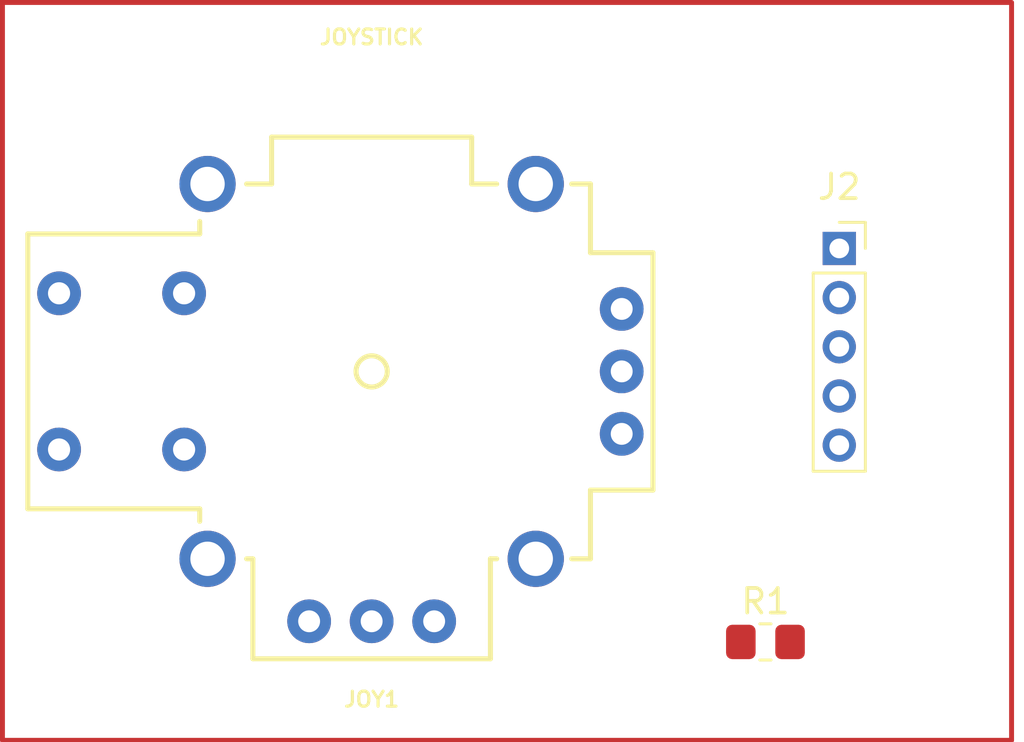
<source format=kicad_pcb>
(kicad_pcb (version 20241229) (generator "pcbnew") (generator_version "9.0")
  (layers (0 "F.Cu" signal) (2 "B.Cu" signal) (13 "F.Paste" user) (15 "B.Paste" user) (5 "F.SilkS" user "F.Silkscreen") (7 "B.SilkS" user "B.Silkscreen") (1 "F.Mask" user) (3 "B.Mask" user) (25 "Edge.Cuts" user))
  (net 0 "")
  (net 1 "/OUT_Y")
  (net 2 "GND")
  (net 3 "/OUT_X")
  (net 4 "+3V3")
  (net 5 "Net-(J2-Pin_4)")
  (footprint "FOOTPRINTS:Joystick" (layer "F.Cu") (at 65 65 90)
    (property "Reference" "JOY1" (at -13.335 0 0) (layer "F.SilkS") (effects (font (size 0.6096 0.6096) (thickness 0.127))))
    (property "Value" "JOYSTICK" (at 13.589 0 0) (layer "F.SilkS") (effects (font (size 0.6096 0.6096) (thickness 0.127))))
    (fp_line (start 5.588 -13.97) (end -5.588 -13.97) (stroke (width 0.2032)) (layer "F.SilkS"))
    (fp_line (start 5.588 -13.97) (end 5.588 -6.985) (stroke (width 0.2032)) (layer "F.SilkS"))
    (fp_line (start -5.588 -13.97) (end -5.588 -6.985) (stroke (width 0.2032)) (layer "F.SilkS"))
    (fp_line (start 6.096 -6.985) (end 5.588 -6.985) (stroke (width 0.2032)) (layer "F.SilkS"))
    (fp_line (start -5.588 -6.985) (end -6.096 -6.985) (stroke (width 0.2032)) (layer "F.SilkS"))
    (fp_line (start -7.62 -4.826) (end -7.62 -5.08) (stroke (width 0.2032)) (layer "F.SilkS"))
    (fp_line (start -7.62 -4.826) (end -11.684 -4.826) (stroke (width 0.2032)) (layer "F.SilkS"))
    (fp_line (start -11.684 -4.826) (end -11.684 4.826) (stroke (width 0.2032)) (layer "F.SilkS"))
    (fp_line (start 9.525 -4.064) (end 9.525 4.064) (stroke (width 0.2032)) (layer "F.SilkS"))
    (fp_line (start 7.62 -4.064) (end 7.62 -5.08) (stroke (width 0.2032)) (layer "F.SilkS"))
    (fp_line (start 7.62 -4.064) (end 9.525 -4.064) (stroke (width 0.2032)) (layer "F.SilkS"))
    (fp_line (start 7.62 4.064) (end 9.525 4.064) (stroke (width 0.2032)) (layer "F.SilkS"))
    (fp_line (start 7.62 4.064) (end 7.62 5.08) (stroke (width 0.2032)) (layer "F.SilkS"))
    (fp_line (start -7.62 4.826) (end -11.684 4.826) (stroke (width 0.2032)) (layer "F.SilkS"))
    (fp_line (start -7.62 4.826) (end -7.62 5.08) (stroke (width 0.2032)) (layer "F.SilkS"))
    (fp_line (start 7.62 8.128) (end 7.62 8.89) (stroke (width 0.2032)) (layer "F.SilkS"))
    (fp_line (start -7.62 8.128) (end -7.62 8.89) (stroke (width 0.2032)) (layer "F.SilkS"))
    (fp_line (start 4.826 8.89) (end 7.62 8.89) (stroke (width 0.2032)) (layer "F.SilkS"))
    (fp_line (start -4.826 8.89) (end -7.62 8.89) (stroke (width 0.2032)) (layer "F.SilkS"))
    (fp_line (start 4.826 11.43) (end 4.826 8.89) (stroke (width 0.2032)) (layer "F.SilkS"))
    (fp_line (start 4.826 11.43) (end -4.826 11.43) (stroke (width 0.2032)) (layer "F.SilkS"))
    (fp_line (start -4.826 11.43) (end -4.826 8.89) (stroke (width 0.2032)) (layer "F.SilkS"))
    (fp_circle (center 0 0) (end 0 -0.635) (stroke (width 0.2032)) (fill no) (layer "F.SilkS"))
    (pad "1" thru_hole circle (at -10.16 -2.54 90) (size 1.778 1.778) (drill 0.889) (layers "*.Cu" "*.Mask") (net 4 "+3V3"))
    (pad "2" thru_hole circle (at -10.16 0 90) (size 1.778 1.778) (drill 0.889) (layers "*.Cu" "*.Mask") (net 3 "/OUT_X"))
    (pad "3" thru_hole circle (at -10.16 2.54 90) (size 1.778 1.778) (drill 0.889) (layers "*.Cu" "*.Mask") (net 2 "GND"))
    (pad "4" thru_hole circle (at -2.54 10.16 90) (size 1.778 1.778) (drill 0.889) (layers "*.Cu" "*.Mask") (net 4 "+3V3"))
    (pad "5" thru_hole circle (at 0 10.16 90) (size 1.778 1.778) (drill 0.889) (layers "*.Cu" "*.Mask") (net 1 "/OUT_Y"))
    (pad "6" thru_hole circle (at 2.54 10.16 90) (size 1.778 1.778) (drill 0.889) (layers "*.Cu" "*.Mask") (net 2 "GND"))
    (pad "MOUN" thru_hole circle (at -7.62 -6.6675 90) (size 2.286 2.286) (drill 1.397) (layers "*.Cu" "*.Mask"))
    (pad "MOUN" thru_hole circle (at -7.62 6.6675 90) (size 2.286 2.286) (drill 1.397) (layers "*.Cu" "*.Mask"))
    (pad "MOUN" thru_hole circle (at 7.62 -6.6675 90) (size 2.286 2.286) (drill 1.397) (layers "*.Cu" "*.Mask"))
    (pad "MOUN" thru_hole circle (at 7.62 6.6675 90) (size 2.286 2.286) (drill 1.397) (layers "*.Cu" "*.Mask"))
    (pad "a" thru_hole circle (at -3.175 -7.62 90) (size 1.778 1.778) (drill 0.89916) (layers "*.Cu" "*.Mask") (net 4 "+3V3"))
    (pad "b" thru_hole circle (at 3.175 -7.62 90) (size 1.778 1.778) (drill 0.89916) (layers "*.Cu" "*.Mask") (net 5 "Net-(J2-Pin_4)"))
    (pad "c" thru_hole circle (at -3.175 -12.7 90) (size 1.778 1.778) (drill 0.89916) (layers "*.Cu" "*.Mask"))
    (pad "d" thru_hole circle (at 3.175 -12.7 90) (size 1.778 1.778) (drill 0.89916) (layers "*.Cu" "*.Mask"))
  )
  (footprint "Connector_PinSocket_2.00mm:PinSocket_1x05_P2.00mm_Vertical" (layer "F.Cu") (at 84 60)
    (property "Reference" "J2" (at 0 -2.5 0) (layer "F.SilkS"))
    (property "Value" "Conn_01x05_Socket")
    (fp_line (start -1.06 1) (end -1.06 9.06) (stroke (width 0.12)) (layer "F.SilkS"))
    (fp_line (start -1.06 1) (end 1.06 1) (stroke (width 0.12)) (layer "F.SilkS"))
    (fp_line (start -1.06 9.06) (end 1.06 9.06) (stroke (width 0.12)) (layer "F.SilkS"))
    (fp_line (start 0 -1.06) (end 1.06 -1.06) (stroke (width 0.12)) (layer "F.SilkS"))
    (fp_line (start 1.06 -1.06) (end 1.06 0) (stroke (width 0.12)) (layer "F.SilkS"))
    (fp_line (start 1.06 1) (end 1.06 9.06) (stroke (width 0.12)) (layer "F.SilkS"))
    (pad "1" thru_hole rect (at 0 0) (size 1.35 1.35) (drill 0.8) (layers "*.Cu" "*.Mask") (net 4 "+3V3"))
    (pad "2" thru_hole circle (at 0 2) (size 1.35 1.35) (drill 0.8) (layers "*.Cu" "*.Mask") (net 3 "/OUT_X"))
    (pad "3" thru_hole circle (at 0 4) (size 1.35 1.35) (drill 0.8) (layers "*.Cu" "*.Mask") (net 1 "/OUT_Y"))
    (pad "4" thru_hole circle (at 0 6) (size 1.35 1.35) (drill 0.8) (layers "*.Cu" "*.Mask") (net 5 "Net-(J2-Pin_4)"))
    (pad "5" thru_hole circle (at 0 8) (size 1.35 1.35) (drill 0.8) (layers "*.Cu" "*.Mask") (net 2 "GND"))
  )
  (footprint "Resistor_SMD:R_0805_2012Metric_Pad1.20x1.40mm_HandSolder" (layer "F.Cu") (at 81 76)
    (property "Reference" "R1" (at 0 -1.65 0) (layer "F.SilkS"))
    (property "Value" "10K")
    (fp_line (start -0.227064 -0.735) (end 0.227064 -0.735) (stroke (width 0.12)) (layer "F.SilkS"))
    (fp_line (start -0.227064 0.735) (end 0.227064 0.735) (stroke (width 0.12)) (layer "F.SilkS"))
    (pad "1" smd roundrect (at -1 0) (size 1.2 1.4) (layers "F.Cu" "F.Mask" "F.Paste") (roundrect_rratio 0.208333) (net 2 "GND"))
    (pad "2" smd roundrect (at 1 0) (size 1.2 1.4) (layers "F.Cu" "F.Mask" "F.Paste") (roundrect_rratio 0.208333) (net 5 "Net-(J2-Pin_4)"))
  )
  (gr_rect (start 50 50) (end 91 80) (stroke (width 0.2)) (fill no) (layer "F.Cu"))
)
</source>
